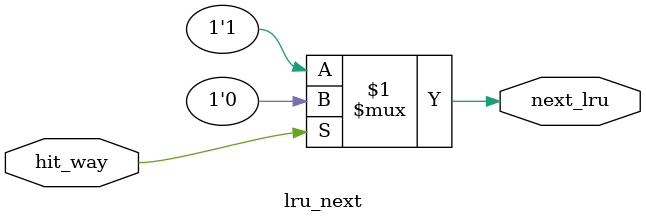
<source format=v>
module lru_next(
    input  wire hit_way,     // 0 or 1
    output wire next_lru     // 0 => way0 LRU, 1 => way1 LRU
);
    assign next_lru = hit_way ? 1'b0 : 1'b1;
endmodule


</source>
